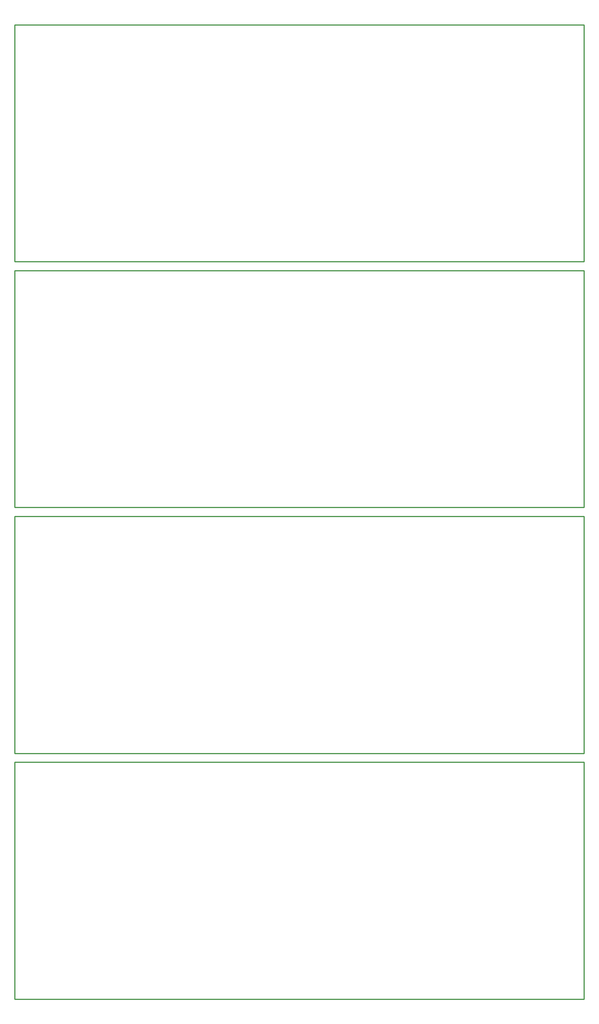
<source format=gm1>
G04*
G04 #@! TF.GenerationSoftware,Altium Limited,Altium Designer,23.1.1 (15)*
G04*
G04 Layer_Color=16711935*
%FSLAX25Y25*%
%MOIN*%
G70*
G04*
G04 #@! TF.SameCoordinates,62433247-A29E-43A8-B4B8-56B850690A23*
G04*
G04*
G04 #@! TF.FilePolarity,Positive*
G04*
G01*
G75*
%ADD55C,0.00984*%
D55*
X23622Y209842D02*
X527954D01*
X23622Y-0D02*
Y209842D01*
Y-0D02*
X527954D01*
Y209842D01*
X23622Y427559D02*
X527954D01*
X23622Y217716D02*
Y427559D01*
Y217716D02*
X527954D01*
Y427559D01*
X23622Y645275D02*
X527954D01*
X23622Y435433D02*
Y645275D01*
Y435433D02*
X527954D01*
Y645275D01*
X23622Y862992D02*
X527954D01*
X23622Y653150D02*
Y862992D01*
Y653150D02*
X527954D01*
Y862992D01*
M02*

</source>
